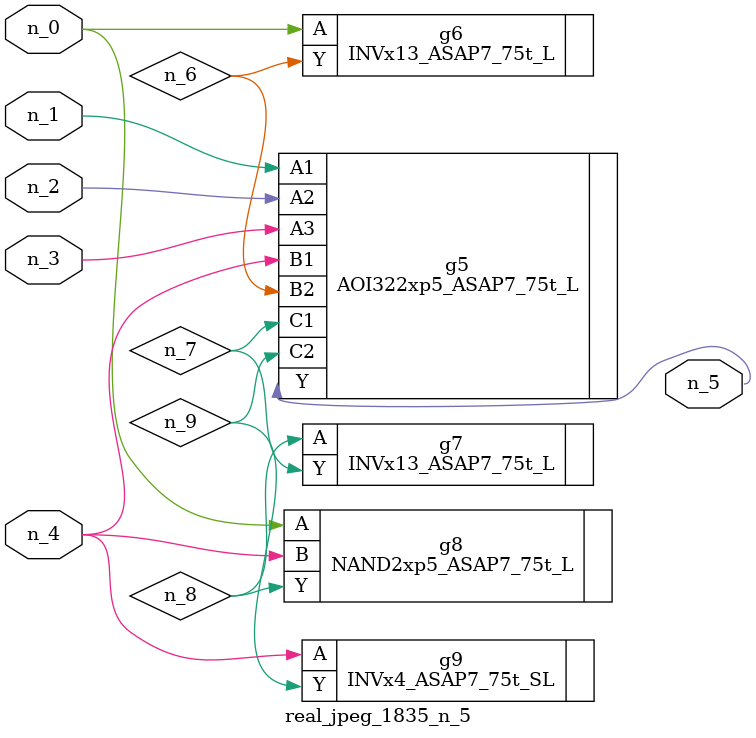
<source format=v>
module real_jpeg_1835_n_5 (n_4, n_0, n_1, n_2, n_3, n_5);

input n_4;
input n_0;
input n_1;
input n_2;
input n_3;

output n_5;

wire n_8;
wire n_6;
wire n_7;
wire n_9;

INVx13_ASAP7_75t_L g6 ( 
.A(n_0),
.Y(n_6)
);

NAND2xp5_ASAP7_75t_L g8 ( 
.A(n_0),
.B(n_4),
.Y(n_8)
);

AOI322xp5_ASAP7_75t_L g5 ( 
.A1(n_1),
.A2(n_2),
.A3(n_3),
.B1(n_4),
.B2(n_6),
.C1(n_7),
.C2(n_9),
.Y(n_5)
);

INVx4_ASAP7_75t_SL g9 ( 
.A(n_4),
.Y(n_9)
);

INVx13_ASAP7_75t_L g7 ( 
.A(n_8),
.Y(n_7)
);


endmodule
</source>
